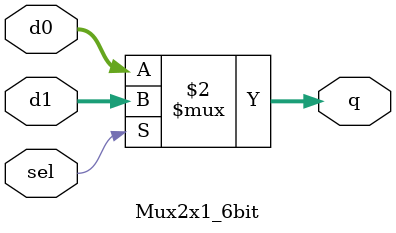
<source format=v>
module Mux2x1_6bit(sel,d0,d1,q);

input  [5:0]d0,d1;
input sel;
output [5:0] q;

wire sel;
wire  [5:0]d0,d1;

assign q = (sel==1'b1)? d1:d0;
endmodule
</source>
